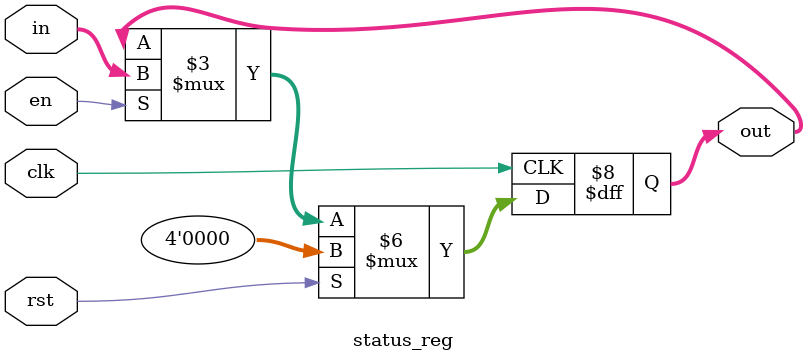
<source format=v>
module register (
    clk,
    rst,
    en,
    in,
    out
);
  parameter width = 32;
  input clk, rst, en;
  input [width - 1:0] in;
  output reg [width - 1:0] out;
  initial begin
    out <= 0;
  end
  always @(posedge clk) begin
    if (rst) out <= 0;
    else if (en) out <= in;
  end
endmodule

module status_reg (
    clk,
    rst,
    en,
    in,
    out
);
  input clk, rst, en;
  input [3:0] in;
  output reg [3:0] out;
  initial begin
    out <= 0;
  end
  always @(negedge clk) begin
    if (rst) out <= 0;
    else if (en) out <= in;
  end
endmodule

</source>
